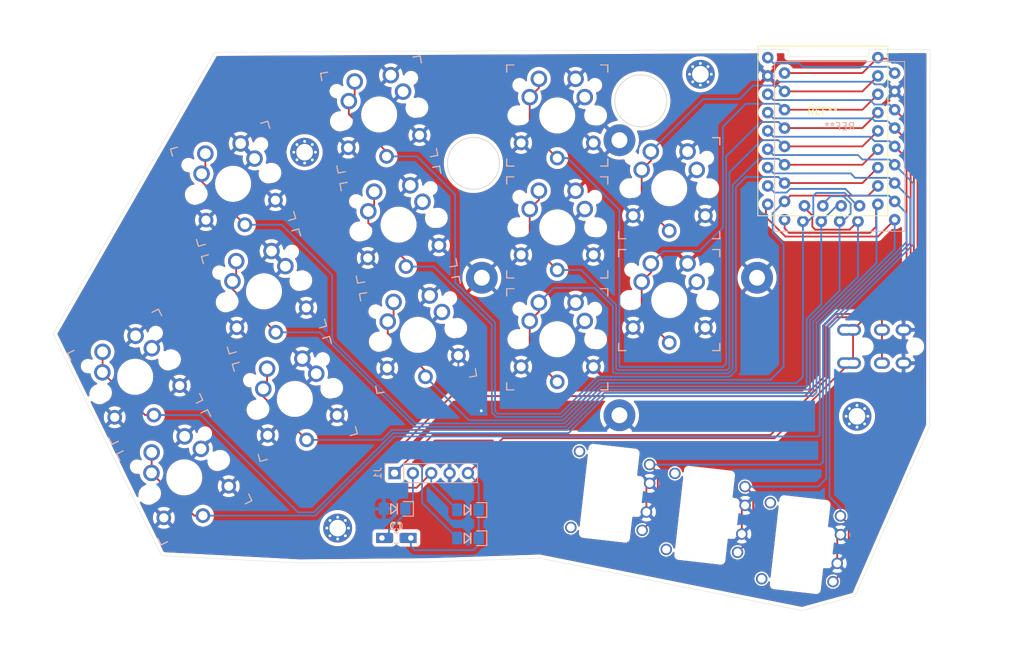
<source format=kicad_pcb>
(kicad_pcb (version 20211014) (generator pcbnew)
  (title_block (title "berylline_choc_min") (rev "v1.0.0") (company "Unknown"))
  (layers (0 "F.Cu" signal) (31 "B.Cu" signal) (34 "B.Paste" user) (35 "F.Paste" user) (36 "B.SilkS" user "B.Silkscreen") (37 "F.SilkS" user "F.Silkscreen") (38 "B.Mask" user) (39 "F.Mask" user) (44 "Edge.Cuts" user))
  (net 0 "")
  (net 1 "GND")
  (net 2 "matrix_pinky_home")
  (net 3 "matrix_pinky_top")
  (net 4 "matrix_ring_bottom")
  (net 5 "matrix_ring_home")
  (net 6 "matrix_ring_top")
  (net 7 "matrix_middle_bottom")
  (net 8 "matrix_middle_home")
  (net 9 "matrix_middle_top")
  (net 10 "matrix_index_bottom")
  (net 11 "matrix_index_home")
  (net 12 "matrix_index_top")
  (net 13 "matrix_inner_home")
  (net 14 "matrix_inner_top")
  (net 15 "5V")
  (net 16 "TP_DATA")
  (net 17 "TP_CLK")
  (net 18 "VCC")
  (net 19 "C1-PAD2")
  (net 20 "TX")
  (net 21 "thumb_tucky")
  (net 22 "thumb_home")
  (net 23 "thumb_reachy")
  (footprint "zero point:RP2040-Zero" (layer "F.Cu") (at 238.491 142.66338)
    (fp_text reference "REF**")
    (fp_text value "RP2040-Zero")
  )
  (footprint "pretty:SW_MX_choc" (layer "F.Cu") (at 186.08124 128.628458 10)
    (fp_text reference "S" hide)
    (fp_text value "")
  )
  (footprint "TRRS-PJ-320A-dual" (layer "F.Cu") (at 261.874 163.068 -90)
    (fp_text reference "REF**")
    (fp_text value "TRRS-PJ-320A-dual")
  )
  (footprint "pretty:SW_MX_choc" (layer "F.Cu") (at 174.413804 168.032228 16)
    (fp_text reference "S" hide)
    (fp_text value "")
  )
  (footprint "pretty:SW_MX_choc" (layer "F.Cu") (at 165.869046 138.233115 16)
    (fp_text reference "S" hide)
    (fp_text value "")
  )
  (footprint "pretty:SW_MX_choc" (layer "F.Cu") (at 170.141425 153.132672 16)
    (fp_text reference "S" hide)
    (fp_text value "")
  )
  (footprint "pretty:SW_MX_choc" (layer "F.Cu") (at 152.311508 164.965265 26)
    (fp_text reference "S" hide)
    (fp_text value "")
  )
  (footprint "kbd:M2_HOLE_v3" (layer "F.Cu") (at 230.542732 123.063859)
    (fp_text reference "Ref**" hide)
    (fp_text value "Val**" hide)
  )
  (footprint "pretty:SW_MX_choc" (layer "F.Cu") (at 159.10626 178.896573 26)
    (fp_text reference "S" hide)
    (fp_text value "")
  )
  (footprint "pretty:SW_MX_choc" (layer "F.Cu") (at 191.464333 159.157498 10)
    (fp_text reference "S" hide)
    (fp_text value "")
  )
  (footprint "pretty:SW_MX_choc" (layer "F.Cu") (at 226.232 154.347)
    (fp_text reference "S" hide)
    (fp_text value "")
  )
  (footprint "pretty:SW_MX_choc" (layer "F.Cu") (at 210.732 144.272)
    (fp_text reference "S" hide)
    (fp_text value "")
  )
  (footprint "pretty:SW_MX_choc" (layer "F.Cu") (at 210.732 159.771999)
    (fp_text reference "S" hide)
    (fp_text value "")
  )
  (footprint "pretty:SW_MX_choc" (layer "F.Cu") (at 210.732 128.772)
    (fp_text reference "S" hide)
    (fp_text value "")
  )
  (footprint "kbd:Tenting_Puck2" (layer "F.Cu") (at 219.342045 151.245714)
    (fp_text reference "REF**")
    (fp_text value "Tenting Puck")
  )
  (footprint "kbd:M2_HOLE_v3" (layer "F.Cu") (at 175.768 133.858)
    (fp_text reference "Ref**" hide)
    (fp_text value "Val**" hide)
  )
  (footprint "pretty:SW_MX_choc" (layer "F.Cu") (at 188.772787 143.892978 10)
    (fp_text reference "S" hide)
    (fp_text value "")
  )
  (footprint "kbd:M2_HOLE_v3" (layer "F.Cu") (at 252.222 170.434)
    (fp_text reference "Ref**" hide)
    (fp_text value "Val**" hide)
  )
  (footprint "kbd:M2_HOLE_v3" (layer "F.Cu") (at 180.34 185.928)
    (fp_text reference "Ref**" hide)
    (fp_text value "Val**" hide)
  )
  (footprint "pretty:SW_MX_choc" (layer "F.Cu") (at 226.232 138.847)
    (fp_text reference "S" hide)
    (fp_text value "")
  )
  (footprint "pretty:D_1206_handsolder" (layer "B.Cu") (at 188.214001 183.231873 180)
    (fp_text reference "R3" hide)
    (fp_text value "100kΩ")
  )
  (footprint "pretty:D_1206_handsolder" (layer "B.Cu") (at 198.374001 183.388 180)
    (fp_text reference "R1" hide)
    (fp_text value "4.7kΩ")
  )
  (footprint "Kailh:Kailh_PG1232" (layer "B.Cu") (at 217.932 181.102 -96.5)
    (fp_text reference "SW20" hide)
    (fp_text value "SW_PUSH" hide)
  )
  (footprint "Connector_PinHeader_2.54mm:PinHeader_1x05_P2.54mm_Vertical" (layer "B.Cu") (at 188.214 178.308 -90)
    (fp_text reference "J1")
    (fp_text value "TrackPoint")
  )
  (footprint "Kailh:Kailh_PG1232" (layer "B.Cu") (at 231.14 184.15 -96.5)
    (fp_text reference "SW20" hide)
    (fp_text value "SW_PUSH" hide)
  )
  (footprint "pretty:C_THT_SMD_0805_HandSolder_Reversable" (layer "B.Cu") (at 188.468001 187.295873 180)
    (fp_text reference "C1")
    (fp_text value "2.2uF")
  )
  (footprint "Kailh:Kailh_PG1232" (layer "B.Cu") (at 244.348 188.214 -96.5)
    (fp_text reference "SW20" hide)
    (fp_text value "SW_PUSH" hide)
  )
  (footprint "zero point:RP2040-Zero" (layer "B.Cu") (at 258.816246 144.804 180)
    (fp_text reference "REF**")
    (fp_text value "RP2040-Zero")
  )
  (footprint "pretty:D_1206_handsolder" (layer "B.Cu") (at 198.374001 187.295873 180)
    (fp_text reference "R2" hide)
    (fp_text value "4.7kΩ")
  )
  (gr_circle (center 222.294 126.746) (end 225.894 126.746) (layer "Edge.Cuts") (width 0.1) (fill none))
  (gr_circle (center 199.133597 135.407883) (end 202.733597 135.407883) (layer "Edge.Cuts") (width 0.1) (fill none))
  (gr_poly (pts (xy 262.3303 119.634) (xy 262.288185 171.705817) (xy 251.968 195.326) (xy 244.602 197.358) (xy 208.300016 190.084471) (xy 193.060016 190.592471) (xy 175.006 190.754) (xy 155.956 189.738) (xy 140.97 159.004) (xy 163.322 120.02012) (xy 242.68624 119.633982) (xy 242.682544 120.650001) (xy 253.889694 120.65) (xy 253.889694 119.634)) (layer "Edge.Cuts") (width 0.05) (fill none))
  (segment (start 249.486882 190.812441) (end 249.486882 187.290966) (width 0.25) (layer "F.Cu") (net 1))
  (segment (start 223.070882 180.178966) (end 223.523694 179.726154) (width 0.25) (layer "F.Cu") (net 1))
  (segment (start 236.278882 186.748441) (end 236.278882 183.226966) (width 0.25) (layer "F.Cu") (net 1))
  (segment (start 249.486882 187.290966) (end 249.939694 186.838154) (width 0.25) (layer "F.Cu") (net 1))
  (segment (start 223.070882 183.700441) (end 223.070882 180.178966) (width 0.25) (layer "F.Cu") (net 1))
  (segment (start 236.278882 183.226966) (end 236.731694 182.774154) (width 0.25) (layer "F.Cu") (net 1))
  (via (at 200.219784 169.672) (size 0.8) (drill 0.4) (layers "F.Cu" "B.Cu") (net 1))
  (segment (start 239.871 123.29338) (end 240.670999 124.093379) (width 0.25) (layer "B.Cu") (net 1))
  (segment (start 254.320699 124.093379) (end 254.68732 124.46) (width 0.25) (layer "B.Cu") (net 1))
  (segment (start 254.68732 124.46) (end 256.462246 124.46) (width 0.25) (layer "B.Cu") (net 1))
  (segment (start 197.048235 162.031527) (end 197.048235 166.568235) (width 0.25) (layer "B.Cu") (net 1))
  (segment (start 197.048235 166.568235) (end 200.152 169.672) (width 0.25) (layer "B.Cu") (net 1))
  (segment (start 240.670999 124.093379) (end 254.320699 124.093379) (width 0.25) (layer "B.Cu") (net 1))
  (segment (start 256.462246 124.46) (end 257.436246 125.434) (width 0.25) (layer "B.Cu") (net 1))
  (segment (start 154.596398 178.255824) (end 154.568392 178.28383) (width 0.25) (layer "F.Cu") (net 2))
  (segment (start 239.613056 142.839056) (end 242.316 145.542) (width 0.25) (layer "F.Cu") (net 2))
  (segment (start 154.596398 175.444162) (end 154.596398 178.255824) (width 0.25) (layer "F.Cu") (net 2))
  (segment (start 161.69265 184.199458) (end 160.48402 184.199458) (width 0.25) (layer "F.Cu") (net 2))
  (segment (start 255.108246 145.542) (end 257.436246 143.214) (width 0.25) (layer "F.Cu") (net 2))
  (segment (start 160.48402 184.199458) (end 154.568392 178.28383) (width 0.25) (layer "F.Cu") (net 2))
  (segment (start 242.316 145.542) (end 255.108246 145.542) (width 0.25) (layer "F.Cu") (net 2))
  (segment (start 239.613056 141.07338) (end 239.613056 142.839056) (width 0.25) (layer "F.Cu") (net 2))
  (segment (start 246.888 173.228) (end 247.06344 173.05256) (width 0.25) (layer "B.Cu") (net 2))
  (segment (start 247.06344 173.05256) (end 247.06344 157.683407) (width 0.25) (layer "B.Cu") (net 2))
  (segment (start 161.69265 184.199458) (end 177.242542 184.199458) (width 0.25) (layer "B.Cu") (net 2))
  (segment (start 256.969274 143.680972) (end 257.436246 143.214) (width 0.25) (layer "B.Cu") (net 2))
  (segment (start 257.436246 147.3106) (end 257.436246 143.214) (width 0.25) (layer "B.Cu") (net 2))
  (segment (start 247.06344 157.683407) (end 257.436246 147.3106) (width 0.25) (layer "B.Cu") (net 2))
  (segment (start 177.242542 184.199458) (end 188.214 173.228) (width 0.25) (layer "B.Cu") (net 2))
  (segment (start 257.436246 143.214) (end 257.020233 143.630013) (width 0.25) (layer "B.Cu") (net 2))
  (segment (start 188.214 173.228) (end 246.888 173.228) (width 0.25) (layer "B.Cu") (net 2))
  (segment (start 153.689268 170.26815) (end 147.77364 164.352522) (width 0.25) (layer "F.Cu") (net 3))
  (segment (start 242.196246 144.406246) (end 242.824 145.034) (width 0.25) (layer "F.Cu") (net 3))
  (segment (start 254.853056 144.180944) (end 254.853056 141.07338) (width 0.25) (layer "F.Cu") (net 3))
  (segment (start 147.801646 161.512854) (end 147.801646 164.324516) (width 0.25) (layer "F.Cu") (net 3))
  (segment (start 154.897898 170.26815) (end 153.689268 170.26815) (width 0.25) (layer "F.Cu") (net 3))
  (segment (start 242.824 145.034) (end 254 145.034) (width 0.25) (layer "F.Cu") (net 3))
  (segment (start 147.801646 164.324516) (end 147.77364 164.352522) (width 0.25) (layer "F.Cu") (net 3))
  (segment (start 254 145.034) (end 254.853056 144.180944) (width 0.25) (layer "F.Cu") (net 3))
  (segment (start 242.196246 143.214) (end 242.196246 144.406246) (width 0.25) (layer "F.Cu") (net 3))
  (segment (start 246.126 167.64) (end 246.61392 167.15208) (width 0.25) (layer "B.Cu") (net 3))
  (segment (start 154.897898 170.26815) (end 161.37815 170.26815) (width 0.25) (layer "B.Cu") (net 3))
  (segment (start 188.027803 172.77848) (end 212.28552 172.77848) (width 0.25) (layer "B.Cu") (net 3))
  (segment (start 212.28552 172.77848) (end 217.424 167.64) (width 0.25) (layer "B.Cu") (net 3))
  (segment (start 161.37815 170.26815) (end 174.859938 183.749938) (width 0.25) (layer "B.Cu") (net 3))
  (segment (start 174.859938 183.749938) (end 177.056344 183.749938) (width 0.25) (layer "B.Cu") (net 3))
  (segment (start 246.61392 157.49721) (end 254.923753 149.187376) (width 0.25) (layer "B.Cu") (net 3))
  (segment (start 246.61392 167.15208) (end 246.61392 157.49721) (width 0.25) (layer "B.Cu") (net 3))
  (segment (start 254.923753 149.187376) (end 254.923753 140.462) (width 0.25) (layer "B.Cu") (net 3))
  (segment (start 217.424 167.64) (end 246.126 167.64) (width 0.25) (layer "B.Cu") (net 3))
  (segment (start 177.056344 183.749938) (end 188.027803 172.77848) (width 0.25) (layer "B.Cu") (net 3))
  (segment (start 251.206 144.574246) (end 252.356246 143.424) (width 0.25) (layer "F.Cu") (net 4))
  (segment (start 246.43848 144.58448) (end 251.206 144.58448) (width 0.25) (layer "F.Cu") (net 4))
  (segment (start 246.034668 142.624992) (end 246.034668 144.180668) (width 0.25) (layer "F.Cu") (net 4))
  (segment (start 176.040064 173.703672) (end 170.051278 167.714886) (width 0.25) (layer "F.Cu") (net 4))
  (segment (start 244.693056 141.28338) (end 246.034668 142.624992) (width 0.25) (layer "F.Cu") (net 4))
  (segment (start 251.206 144.58448) (end 251.206 144.574246) (width 0.25) (layer "F.Cu") (net 4))
  (segment (start 246.034668 144.180668) (end 246.43848 144.58448) (width 0.25) (layer "F.Cu") (net 4))
  (segment (start 170.571962 163.849137) (end 170.571962 166.120118) (width 0.25) (layer "F.Cu") (net 4))
  (segment (start 170.051278 167.714886) (end 170.051278 166.640802) (width 0.25) (layer "F.Cu") (net 4))
  (segment (start 170.571962 166.120118) (end 170.051278 166.640802) (width 0.25) (layer "F.Cu") (net 4))
  (segment (start 217.237803 167.19048) (end 245.939802 167.19048) (width 0.25) (layer "B.Cu") (net 4))
  (segment (start 245.939802 167.19048) (end 246.1644 166.965882) (width 0.25) (layer "B.Cu") (net 4))
  (segment (start 246.1644 157.311013) (end 250.759706 152.715707) (width 0.25) (layer "B.Cu") (net 4))
  (segment (start 252.356246 151.119165) (end 250.378706 153.096706) (width 0.25) (layer "B.Cu") (net 4))
  (segment (start 252.356246 143.424) (end 252.356246 151.119165) (width 0.25) (layer "B.Cu") (net 4))
  (segment (start 246.1644 166.965882) (end 246.1644 157.311013) (width 0.25) (layer "B.Cu") (net 4))
  (segment (start 186.466893 173.703672) (end 187.841606 172.32896) (width 0.25) (layer "B.Cu") (net 4))
  (segment (start 212.099322 172.32896) (end 217.237803 167.19048) (width 0.25) (layer "B.Cu") (net 4))
  (segment (start 176.040064 173.703672) (end 186.466893 173.703672) (width 0.25) (layer "B.Cu") (net 4))
  (segment (start 187.841606 172.32896) (end 212.099322 172.32896) (width 0.25) (layer "B.Cu") (net 4))
  (segment (start 166.299583 148.949581) (end 166.299583 151.220562) (width 0.25) (layer "F.Cu") (net 5))
  (segment (start 165.778899 152.81533) (end 165.778899 151.741246) (width 0.25) (layer "F.Cu") (net 5))
  (segment (start 171.767685 158.804116) (end 165.778899 152.81533) (width 0.25) (layer "F.Cu") (net 5))
  (segment (start 166.299583 151.220562) (end 165.778899 151.741246) (width 0.25) (layer "F.Cu") (net 5))
  (segment (start 177.854116 158.804116) (end 190.92944 171.87944) (width 0.25) (layer "B.Cu") (net 5))
  (segment (start 245.50104 166.74096) (end 245.71488 166.52712) (width 0.25) (layer "B.Cu") (net 5))
  (segment (start 249.816246 143.424) (end 250.276 143.424) (width 0.25) (layer "B.Cu") (net 5))
  (segment (start 250.347958 139.954) (end 250.19 139.954) (width 0.25) (layer "B.Cu") (net 5))
  (segment (start 190.92944 171.87944) (end 211.913124 171.87944) (width 0.25) (layer "B.Cu") (net 5))
  (segment (start 245.71488 157.124815) (end 249.816246 153.023449) (width 0.25) (layer "B.Cu") (net 5))
  (segment (start 171.767685 158.804116) (end 177.854116 158.804116) (width 0.25) (layer "B.Cu") (net 5))
  (segment (start 251.338494 142.361506) (end 251.338494 140.944536) (width 0.25) (layer "B.Cu") (net 5))
  (segment (start 249.816246 153.023449) (end 249.816246 143.424) (width 0.25) (layer "B.Cu") (net 5))
  (segment (start 251.338494 140.944536) (end 250.347958 139.954) (width 0.25) (layer "B.Cu") (net 5))
  (segment (start 245.71488 166.52712) (end 245.71488 157.124815) (width 0.25) (layer "B.Cu") (net 5))
  (segment (start 211.913124 171.87944) (end 217.051606 166.74096) (width 0.25) (layer "B.Cu") (net 5))
  (segment (start 247.233056 141.28338) (end 248.562436 139.954) (width 0.25) (layer "B.Cu") (net 5))
  (segment (start 250.276 143.424) (end 251.338494 142.361506) (width 0.25) (layer "B.Cu") (net 5))
  (segment (start 217.051606 166.74096) (end 245.50104 166.74096) (width 0.25) (layer "B.Cu") (net 5))
  (segment (start 248.562436 139.954) (end 250.324954 139.954) (width 0.25) (layer "B.Cu") (net 5))
  (segment (start 167.495306 143.904559) (end 161.50652 137.915773) (width 0.25) (layer "F.Cu") (net 6))
  (segment (start 162.027204 134.050024) (end 162.027204 136.321005) (width 0.25) (layer "F.Cu") (net 6))
  (segment (start 161.50652 137.915773) (end 161.50652 136.841689) (width 0.25) (layer "F.Cu") (net 6))
  (segment (start 162.027204 136.321005) (end 161.50652 136.841689) (width 0.25) (layer "F.Cu") (net 6))
  (segment (start 211.726926 171.42992) (end 216.865409 166.29144) (width 0.25) (layer "B.Cu") (net 6))
  (segment (start 245.18856 166.29144) (end 245.26536 166.21464) (width 0.25) (layer "B.Cu") (net 6))
  (segment (start 245.26536 156.938618) (end 245.26536 159.512) (width 0.25) (layer "B.Cu") (net 6))
  (segment (start 167.495306 143.904559) (end 172.606559 143.904559) (width 0.25) (layer "B.Cu") (net 6))
  (segment (start 172.606559 143.904559) (end 179.578 150.876) (width 0.25) (layer "B.Cu") (net 6))
  (segment (start 247.276246 143.424) (end 249.416866 141.28338) (width 0.25) (layer "B.Cu") (net 6))
  (segment (start 245.26536 166.21464) (end 245.26536 159.258) (width 0.25) (layer "B.Cu") (net 6))
  (segment (start 179.578 150.876) (end 179.578 159.892282) (width 0.25) (layer "B.Cu") (net 6))
  (segment (start 247.276246 143.239507) (end 247.276246 143.424) (width 0.25) (layer "B.Cu") (net 6))
  (segment (start 247.276246 154.927731) (end 245.26536 156.938618) (width 0.25) (layer "B.Cu") (net 6))
  (segment (start 191.115638 171.42992) (end 211.726926 171.42992) (width 0.25) (layer "B.Cu") (net 6))
  (segment (start 247.276246 143.424) (end 247.276246 154.927731) (width 0.25) (layer "B.Cu") (net 6))
  (segment (start 216.865409 166.29144) (end 245.18856 166.29144) (width 0.25) (layer "B.Cu") (net 6))
  (segment (start 249.416866 141.28338) (end 249.773056 141.28338) (width 0.25) (layer "B.Cu") (net 6))
  (segment (start 179.578 159.892282) (end 191.115638 171.42992) (width 0.25) (layer "B.Cu") (net 6))
  (segment (start 187.271149 157.317686) (end 187.271149 158.934132) (width 0.25) (layer "F.Cu") (net 7))
  (segment (start 187.271149 158.934132) (end 192.488857 164.15184) (width 0.25) (layer "F.Cu") (net 7))
  (segment (start 188.080789 154.595741) (end 188.080789 156.508046) (width 0.25) (layer "F.Cu") (net 7))
  (segment (start 192.488857 164.15184) (end 192.488857 164.967864) (width 0.25) (layer "F.Cu") (net 7))
  (segment (start 188.080789 156.508046) (end 187.271149 157.317686) (width 0.25) (layer "F.Cu") (net 7))
  (segment (start 246.171256 139.905215) (end 246.573276 139.503195) (width 0.25) (layer "B.Cu") (net 7))
  (segment (start 252.313056 141.28338) (end 250.534156 139.50448) (width 0.25) (layer "B.Cu") (net 7))
  (segment (start 243.84 165.84192) (end 216.679208 165.84192) (width 0.25) (layer "B.Cu") (net 7))
  (segment (start 246.171256 142.702744) (end 246.171256 139.905215) (width 0.25) (layer "B.Cu") (net 7))
  (segment (start 211.540728 170.9804) (end 198.501393 170.9804) (width 0.25) (layer "B.Cu") (net 7))
  (segment (start 244.736246 143.424) (end 244.736246 164.945674) (width 0.25) (layer "B.Cu") (net 7))
  (segment (start 216.679208 165.84192) (end 211.540728 170.9804) (width 0.25) (layer "B.Cu") (net 7))
  (segment (start 198.501393 170.9804) (end 192.488857 164.967864) (width 0.25) (layer "B.Cu") (net 7))
  (segment (start 245.45 143.424) (end 246.171256 142.702744) (width 0.25) (layer "B.Cu") (net 7))
  (segment (start 244.736246 164.945674) (end 243.84 165.84192) (width 0.25) (layer "B.Cu") (net 7))
  (segment (start 250.534156 139.50448) (end 246.57552 139.50448) (width 0.25) (layer "B.Cu") (net 7))
  (segment (start 244.736246 143.424) (end 245.45 143.424) (width 0.25) (layer "B.Cu") (net 7))
  (segment (start 185.389243 141.243526) (end 184.579603 142.053166) (width 0.25) (layer "F.Cu") (net 8))
  (segment (start 184.579603 143.669612) (end 189.797311 148.88732) (width 0.25) (layer "F.Cu") (net 8))
  (segment (start 185.389243 139.331221) (end 185.389243 141.243526) (width 0.25) (layer "F.Cu") (net 8))
  (segment (start 184.579603 142.053166) (end 184.579603 143.669612) (width 0.25) (layer "F.Cu") (net 8))
  (segment (start 253.770379 139.874001) (end 255.111 138.53338) (width 0.25) (layer "F.Cu") (net 8))
  (segment (start 242.196246 140.674) (end 242.996245 139.874001) (width 0.25) (layer "F.Cu") (net 8))
  (segment (start 189.797311 148.88732) (end 189.797311 149.703344) (width 0.25) (layer "F.Cu") (net 8))
  (segment (start 242.996245 139.874001) (end 253.770379 139.874001) (width 0.25) (layer "F.Cu") (net 8))
  (segment (start 240.538 142.332246) (end 242.196246 140.674) (width 0.25) (layer "B.Cu") (net 8))
  (segment (start 211.35453 170.53088) (end 216.493011 165.3924) (width 0.25) (layer "B.Cu") (net 8))
  (segment (start 242.062 146.558) (end 240.538 145.034) (width 0.25) (layer "B.Cu") (net 8))
  (segment (start 193.645344 149.703344) (end 201.676 157.734) (width 0.25) (layer "B.Cu") (net 8))
  (segment (start 189.797311 149.703344) (end 193.645344 149.703344) (width 0.25) (layer "B.Cu") (net 8))
  (segment (start 201.676 157.734) (end 201.676 169.926) (width 0.25) (layer "B.Cu") (net 8))
  (segment (start 202.28088 170.53088) (end 211.35453 170.53088) (width 0.25) (layer "B.Cu") (net 8))
  (segment (start 201.676 169.926) (end 202.28088 170.53088) (width 0.25) (layer "B.Cu") (net 8))
  (segment (start 240.538 145.034) (end 240.538 142.332246) (width 0.25) (layer "B.Cu") (net 8))
  (segment (start 216.493011 165.3924) (end 239.776 165.3924) (width 0.25) (layer "B.Cu") (net 8))
  (segment (start 239.268 165.3924) (end 240.2456 165.3924) (width 0.25) (layer "B.Cu") (net 8))
  (segment (start 242.062 163.576) (end 242.062 146.558) (width 0.25) (layer "B.Cu") (net 8))
  (segment (start 240.2456 165.3924) (end 242.062 163.576) (width 0.25) (layer "B.Cu") (net 8))
  (segment (start 252.97038 138.134) (end 255.111 135.99338) (width 0.25) (layer "F.Cu") (net 9))
  (segment (start 181.888056 128.587222) (end 187.105764 133.80493) (width 0.25) (layer "F.Cu") (net 9))
  (segment (start 242.196246 138.134) (end 252.97038 138.134) (width 0.25) (layer "F.Cu") (net 9))
  (segment (start 182.697696 125.979006) (end 181.888056 126.788646) (width 0.25) (layer "F.Cu") (net 9))
  (segment (start 181.888056 126.788646) (end 181.888056 128.587222) (width 0.25) (layer "F.Cu") (net 9))
  (segment (start 182.697696 124.066701) (end 182.697696 125.979006) (width 0.25) (layer "F.Cu") (net 9))
  (segment (start 187.105764 133.80493) (end 187.105764 134.438824) (width 0.25) (layer "F.Cu") (net 9))
  (segment (start 187.105764 134.438824) (end 191.334824 134.438824) (width 0.25) (layer "B.Cu") (net 9))
  (segment (start 216.306814 164.94288) (end 234.59912 164.94288) (width 0.25) (layer "B.Cu") (net 9))
  (segment (start 235.458 164.084) (end 235.458 138.684) (width 0.25) (layer "B.Cu") (net 9))
  (segment (start 202.467078 170.08136) (end 211.168332 170.08136) (width 0.25) (layer "B.Cu") (net 9))
  (segment (start 191.334824 134.438824) (end 196.596 139.7) (width 0.25) (layer "B.Cu") (net 9))
  (segment (start 196.596 139.7) (end 196.596 151.892) (width 0.25) (layer "B.Cu") (net 9))
  (segment (start 235.458 138.684) (end 236.856019 137.285981) (width 0.25) (layer "B.Cu") (net 9))
  (segment (start 211.168332 170.08136) (end 216.306814 164.94288) (width 0.25) (layer "B.Cu") (net 9))
  (segment (start 236.856019 137.285981) (end 241.348227 137.285981) (width 0.25) (layer "B.Cu") (net 9))
  (segment (start 241.348227 137.285981) (end 242.196246 138.134) (width 0.25) (layer "B.Cu") (net 9))
  (segment (start 196.596 151.892) (end 202.12552 157.42152) (width 0.25) (layer "B.Cu") (net 9))
  (segment (start 202.12552 157.42152) (end 202.12552 169.739802) (width 0.25) (layer "B.Cu") (net 9))
  (segment (start 234.59912 164.94288) (end 235.458 164.084) (width 0.25) (layer "B.Cu") (net 9))
  (segment (start 202.12552 169.739802) (end 202.467078 170.08136) (width 0.25) (layer "B.Cu") (net 9))
  (segment (start 242.196246 135.594) (end 252.97038 135.594) (width 0.25) (layer "F.Cu") (net 10))
  (segment (start 206.922 161.861999) (end 210.732 165.671999) (width 0.25) (layer "F.Cu") (net 10))
  (segment (start 252.97038 135.594) (end 255.111 133.45338) (width 0.25) (layer "F.Cu") (net 10))
  (segment (start 206.922 157.231999) (end 206.922 161.861999) (width 0.25) (layer "F.Cu") (net 10))
  (segment (start 206.922 157.231999) (end 208.192 155.961999) (width 0.25) (layer "F.Cu") (net 10))
  (segment (start 208.192 155.961999) (end 208.192 154.691999) (width 0.25) (layer "F.Cu") (net 10))
  (segment (start 218.44 164.338) (end 218.59536 164.49336) (width 0.25) (layer "B.Cu") (net 10))
  (segment (start 241.364985 134.762739) (end 242.196246 135.594) (width 0.25) (layer "B.Cu") (net 10))
  (segment (start 235.00848 163.897802) (end 235.00848 138.402871) (width 0.25) (layer "B.Cu") (net 10))
  (segment (start 218.59536 164.49336) (end 234.412922 164.49336) (width 0.25) (layer "B.Cu") (net 10))
  (segment (start 235.00848 138.402871) (end 238.648612 134.762739) (width 0.25) (layer "B.Cu") (net 10))
  (segment (start 210.229999 152.654) (end 215.9 152.654) (width 0.25) (layer "B.Cu") (net 10))
  (segment (start 208.192 154.691999) (end 210.229999 152.654) (width 0.25) (layer "B.Cu") (net 10))
  (segment (start 234.412922 164.49336) (end 235.00848 163.897802) (width 0.25) (layer "B.Cu") (net 10))
  (segment (start 238.648612 134.762739) (end 241.364985 134.762739) (width 0.25) (layer "B.Cu") (net 10))
  (segment (start 215.9 152.654) (end 218.44 155.194) (width 0.25) (layer "B.Cu") (net 10))
  (segment (start 218.44 155.194) (end 218.44 164.338) (width 0.25) (layer "B.Cu") (net 10))
  (segment (start 206.922 146.362) (end 210.732 150.172) (width 0.25) (layer "F.Cu") (net 11))
  (segment (start 242.196246 133.054) (end 252.97038 133.054) (width 0.25) (layer "F.Cu") (net 11))
  (segment (start 206.922 141.732) (end 208.192 140.462) (width 0.25) (layer "F.Cu") (net 11))
  (segment (start 206.922 141.732) (end 206.922 146.362) (width 0.25) (layer "F.Cu") (net 11))
  (segment (start 208.192 140.462) (end 208.192 139.192) (width 0.25) (layer "F.Cu") (net 11))
  (segment (start 252.97038 133.054) (end 255.111 130.91338) (width 0.25) (layer "F.Cu") (net 11))
  (segment (start 218.88952 163.83) (end 219.10336 164.04384) (width 0.25) (layer "B.Cu") (net 11))
  (segment (start 210.732 150.172) (end 214.053717 150.172) (width 0.25) (layer "B.Cu") (net 11))
  (segment (start 234.55896 163.711604) (end 234.55896 136.652) (width 0.25) (layer "B.Cu") (net 11))
  (segment (start 219.10336 164.04384) (end 234.226724 164.04384) (width 0.25) (layer "B.Cu") (net 11))
  (segment (start 234.226724 164.04384) (end 234.55896 163.711604) (width 0.25) (layer "B.Cu") (net 11))
  (segment (start 234.55896 136.652) (end 239.019722 132.191238) (width 0.25) (layer "B.Cu") (net 11))
  (segment (start 214.053717 150.172) (end 218.88952 155.007803) (width 0.25) (layer "B.Cu") (net 11))
  (segment (start 239.019722 132.191238) (end 241.333484 132.191238) (width 0.25) (layer "B.Cu") (net 11))
  (segment (start 218.88952 155.007803) (end 218.88952 163.83) (width 0.25) (layer "B.Cu") (net 11))
  (segment (start 241.333484 132.191238) (end 242.196246 133.054) (width 0.25) (layer "B.Cu") (net 11))
  (segment (start 206.922 126.232) (end 206.922 130.862) (width 0.25) (layer "F.Cu") (net 12))
  (segment (start 242.196246 130.514) (end 252.97038 130.514) (width 0.25) (layer "F.Cu") (net 12))
  (segment (start 206.922 130.862) (end 210.732 134.672) (width 0.25) (layer "F.Cu") (net 12))
  (segment (start 208.192 124.962) (end 208.192 123.692) (width 0.25) (layer "F.Cu") (net 12))
  (segment (start 252.97038 130.514) (end 255.111 128.37338) (width 0.25) (layer "F.Cu") (net 12))
  (segment (start 206.922 126.232) (end 208.192 124.962) (width 0.25) (layer "F.Cu") (net 12))
  (segment (start 234.10944 163.16488) (end 234.10944 134.44456) (width 0.25) (layer "B.Cu") (net 12))
  (segment (start 241.357889 129.675643) (end 242.196246 130.514) (width 0.25) (layer "B.Cu") (net 12))
  (segment (start 219.33904 141.8422) (end 219.33904 163.45904) (width 0.25) (layer "B.Cu") (net 12))
  (segment (start 233.68 163.59432) (end 234.10944 163.16488) (width 0.25) (layer "B.Cu") (net 12))
  (segment (start 219.33904 163.45904) (end 219.47432 163.59432) (width 0.25) (layer "B.Cu") (net 12))
  (segment (start 238.878357 129.675643) (end 241.357889 129.675643) (width 0.25) (layer "B.Cu") (net 12))
  (segment (start 210.732 134.672) (end 212.16884 134.672) (width 0.25) (layer "B.Cu") (net 12))
  (segment (start 234.10944 134.44456) (end 238.878357 129.675643) (width 0.25) (layer "B.Cu") (net 12))
  (segment (start 219.47432 163.59432) (end 233.68 163.59432) (width 0.25) (layer "B.Cu") (net 12))
  (segment (start 212.16884 134.672) (end 219.33904 141.8422) (width 0.25) (layer "B.Cu") (net 12))
  (segment (start 222.422 156.437) (end 226.232 160.247) (width 0.25) (layer "F.Cu") (net 13))
  (segment (start 222.422 151.807) (end 222.422 156.437) (width 0.25) (layer "F.Cu") (net 13))
  (segment (start 242.196246 127.974) (end 252.97038 127.974) (width 0.25) (layer "F.Cu") (net 13))
  (segment (start 223.692 150.537) (end 223.692 149.267) (width 0.25) (layer "F.Cu") (net 13))
  (segment (start 222.422 151.807) (end 223.692 150.537) (width 0.25) (layer "F.Cu") (net 13))
  (segment (start 252.97038 127.974) (end 255.111 125.83338) (width 0.25) (layer "F.Cu") (net 13))
  (segment (start 241.372834 127.150588) (end 242.196246 127.974) (width 0.25) (layer "B.Cu") (net 13))
  (segment (start 236.831412 127.150588) (end 241.372834 127.150588) (width 0.25) (layer "B.Cu") (net 13))
  (segment (start 223.692 149.267) (end 225.385 147.574) (width 0.25) (layer "B.Cu") (net 13))
  (segment (start 233.65992 144.29208) (end 233.65992 130.32208) (width 0.25) (layer "B.Cu") (net 13))
  (segment (start 225.385 147.574) (end 230.378 147.574) (width 0.25) (layer "B.Cu") (net 13))
  (segment (start 230.378 147.574) (end 233.65992 144.29208) (width 0.25) (layer "B.Cu") (net 13))
  (segment (start 233.65992 130.32208) (end 236.831412 127.150588) (width 0.25) (layer "B.Cu") (net 13))
  (segment (start 222.422 136.307) (end 223.692 135.037) (width 0.25) (layer "F.Cu") (net 14))
  (segment (start 222.422 140.937) (end 226.232 144.747) (width 0.25) (layer "F.Cu") (net 14))
  (segment (start 252.97038 125.434) (end 255.111 123.29338) (width 0.25) (layer "F.Cu") (net 14))
  (segment (start 222.422 136.307) (end 222.422 140.937) (width 0.25) (layer "F.Cu") (net 14))
  (segment (start 242.196246 125.434) (end 252.97038 125.434) (width 0.25) (layer "F.Cu") (net 14))
  (segment (start 223.692 135.037) (end 223.692 133.767) (width 0.25) (layer "F.Cu") (net 14))
  (segment (start 223.692 133.767) (end 230.967 126.492) (width 0.25) (layer "B.Cu") (net 14))
  (segment (start 235.966 126.492) (end 237.830654 124.627346) (width 0.25) (layer "B.Cu") (net 14))
  (segment (start 230.967 126.492) (end 235.966 126.492) (width 0.25) (layer "B.Cu") (net 14))
  (segment (start 237.830654 124.627346) (end 241.389592 124.627346) (width 0.25) (layer "B.Cu") (net 14))
  (segment (start 241.389592 124.627346) (end 242.196246 125.434) (width 0.25) (layer "B.Cu") (net 14))
  (segment (start 244.710209 122.028209) (end 256.570455 122.028209) (width 0.25) (layer "B.Cu") (net 15))
  (segment (start 239.871 120.75338) (end 240.670999 121.553379) (width 0.25) (layer "B.Cu") (net 15))
  (segment (start 240.670999 121.553379) (end 244.235379 121.553379) (width 0.25) (layer "B.Cu") (net 15))
  (segment (start 244.235379 121.553379) (end 244.710209 122.028209) (width 0.25) (layer "B.Cu") (net 15))
  (segment (start 256.570455 122.028209) (end 257.436246 122.894) (width 0.25) (layer "B.Cu") (net 15))
  (segment (start 240.22552 173.03248) (end 193.48952 173.03248) (width 0.25) (layer "F.Cu") (net 16))
  (segment (start 259.64648 136.51496) (end 259.64648 149.859802) (width 0.25) (layer "F.Cu") (net 16))
  (segment (start 259.64648 132.724234) (end 259.64648 137.16) (width 0.25) (layer "F.Cu") (net 16))
  (segment (start 248.158 165.1) (end 240.22552 173.03248) (width 0.25) (layer "F.Cu") (net 16))
  (segment (start 259.64648 132.724234) (end 257.436246 130.514) (width 0.25) (layer "F.Cu") (net 16))
  (segment (start 259.64648 149.859802) (end 252.788282 156.718) (width 0.25) (layer "F.Cu") (net 16))
  (segment (start 193.48952 173.03248) (end 188.214 178.308) (width 0.25) (layer "F.Cu") (net 16))
  (segment (start 252.788282 156.718) (end 249.428 156.718) (width 0.25) (layer "F.Cu") (net 16))
  (segment (start 249.428 156.718) (end 248.158 157.988) (width 0.25) (layer "F.Cu") (net 16))
  (segment (start 248.158 157.988) (end 248.158 165.1) (width 0.25) (layer "F.Cu") (net 16))
  (segment (start 192.024 177.546) (end 192.024 182.433372) (width 0.25) (layer "B.Cu") (net 16))
  (segment (start 239.871 128.37338) (end 240.670999 129.173379) (width 0.25) (layer "B.Cu") (net 16))
  (segment (start 192.024 182.433372) (end 196.886501 187.295873) (width 0.25) (layer "B.Cu") (net 16))
  (segment (start 256.462246 129.54) (end 257.436246 130.514) (width 0.25) (layer "B.Cu") (net 16))
  (segment (start 240.670999 129.173379) (end 254.320699 129.173379) (width 0.25) (layer "B.Cu") (net 16))
  (segment (start 254.320699 129.173379) (end 254.68732 129.54) (width 0.25) (layer "B.Cu") (net 16))
  (segment (start 188.214 178.308) (end 189.484 177.038) (width 0.25) (layer "B.Cu") (net 16))
  (segment (start 189.484 177.038) (end 191.516 177.038) (width 0.25) (layer "B.Cu") (net 16))
  (segment (start 254.68732 129.54) (end 256.462246 129.54) (width 0.25) (layer "B.Cu") (net 16))
  (segment (start 192.024 177.546) (end 191.516 177.038) (width 0.25) (layer "B.Cu") (net 16))
  (segment (start 259.08 134.697754) (end 257.436246 133.054) (width 0.25) (layer "F.Cu") (net 17))
  (segment (start 259.08 134.697754) (end 259.08 149.790564) (width 0.25) (layer "F.Cu") (net 17))
  (segment (start 254.092282 154.778282) (end 252.602084 156.26848) (width 0.25) (layer "F.Cu") (net 17))
  (segment (start 259.08 149.790564) (end 253.965282 154.905282) (width 0.25) (layer "F.Cu") (net 17))
  (segment (start 249.241803 156.26848) (end 247.70848 157.801803) (width 0.25) (layer "F.Cu") (net 17))
  (segment (start 186.69 180.086) (end 186.944 180.34) (width 0.25) (layer "F.Cu") (net 17))
  (segment (start 196.088 167.64) (end 186.69 177.038) (width 0.25) (layer "F.Cu") (net 17))
  (segment (start 244.982282 167.64) (end 196.088 167.64) (width 0.25) (layer "F.Cu") (net 17))
  (segment (start 191.262 180.34) (end 193.294 178.308) (width 0.25) (layer "F.Cu") (net 17))
  (segment (start 247.70848 157.801803) (end 247.70848 164.913802) (width 0.25) (layer "F.Cu") (net 17))
  (segment (start 252.602084 156.26848) (end 249.241803 156.26848) (width 0.25) (layer "F.Cu") (net 17))
  (segment (start 186.69 177.038) (end 186.69 180.086) (width 0.25) (layer "F.Cu") (net 17))
  (segment (start 186.944 180.34) (end 191.262 180.34) (width 0.25) (layer "F.Cu") (net 17))
  (segment (start 247.70848 164.913802) (end 244.982282 167.64) (width 0.25) (layer "F.Cu") (net 17))
  (segment (start 254.029721 131.713379) (end 254.645211 132.328869) (width 0.25) (layer "B.Cu") (net 17))
  (segment (start 193.294 179.795499) (end 196.886501 183.388) (width 0.25) (layer "B.Cu") (net 17))
  (segment (start 193.294 178.308) (end 193.294 179.795499) (width 0.25) (layer "B.Cu") (net 17))
  (segment (start 239.871 130.91338) (end 240.670999 131.713379) (width 0.25) (layer "B.Cu") (net 17))
  (segment (start 254.645211 132.328869) (end 256.711115 132.328869) (width 0.25) (layer "B.Cu") (net 17))
  (segment (start 240.670999 131.713379) (end 254.029721 131.713379) (width 0.25) (layer "B.Cu") (net 17))
  (segment (start 256.711115 132.328869) (end 257.436246 133.054) (width 0.25) (layer "B.Cu") (net 17))
  (segment (start 240.792 173.482) (end 203.2 173.482) (width 0.25) (layer "F.Cu") (net 18))
  (segment (start 250.574 163.068) (end 250.574 163.7) (width 0.25) (layer "F.Cu") (net 18))
  (segment (start 260.096 150.046) (end 251.674 158.468) (width 0.25) (layer "F.Cu") (net 18))
  (segment (start 250.574 163.7) (end 240.792 173.482) (width 0.25) (layer "F.Cu") (net 18))
  (segment (start 260.096 130.633754) (end 257.436246 127.974) (width 0.25) (layer "F.Cu") (net 18))
  (segment (start 260.096 130.633754) (end 260.096 150.046) (width 0.25) (layer "F.Cu") (net 18))
  (segment (start 251.674 163.068) (end 251.674 158.468) (width 0.25) (layer "F.Cu") (net 18))
  (segment (start 203.2 173.482) (end 198.374 178.308) (width 0.25) (layer "F.Cu") (net 18))
  (segment (start 254.645211 127.248869) (end 256.711115 127.248869) (width 0.25) (layer "B.Cu") (net 18))
  (segment (start 199.136 188.976) (end 199.861501 188.250499) (width 0.25) (layer "B.Cu") (net 18))
  (segment (start 199.861501 179.795501) (end 199.861501 183.388) (width 0.25) (layer "B.Cu") (net 18))
  (segment (start 239.871 125.83338) (end 240.670999 126.633379) (width 0.25) (layer "B.Cu") (net 18))
  (segment (start 199.861501 188.250499) (end 199.861501 187.295873) (width 0.25) (layer "B.Cu") (net 18))
  (segment (start 191.008 188.976) (end 199.136 188.976) (width 0.25) (layer "B.Cu") (net 18))
  (segment (start 254.029721 126.633379) (end 254.645211 127.248869) (width 0.25) (layer "B.Cu") (net 18))
  (segment (start 256.711115 127.248869) (end 257.436246 127.974) (width 0.25) (layer "B.Cu") (net 18))
  (segment (start 190.468001 188.436001) (end 191.008 188.976) (width 0.25) (layer "B.Cu") (net 18))
  (segment (start 190.468001 187.295873) (end 190.468001 188.436001) (width 0.25) (layer "B.Cu") (net 18))
  (segment (start 199.861501 187.295873) (end 199.861501 183.388) (width 0.25) (layer "B.Cu") (net 18))
  (segment (start 240.670999 126.633379) (end 254.029721 126.633379) (width 0.25) (layer "B.Cu") (net 18))
  (segment (start 198.374 178.308) (end 199.861501 179.795501) (width 0.25) (layer "B.Cu") (net 18))
  (segment (start 190.754001 182.179373) (end 190.754001 178.308) (width 0.25) (layer "B.Cu") (net 19))
  (segment (start 189.701501 183.231873) (end 189.701501 183.932499) (width 0.25) (layer "B.Cu") (net 19))
  (segment (start 189.701501 183.231873) (end 190.754001 182.179373) (width 0.25) (layer "B.Cu") (net 19))
  (segment (start 187.443001 186.190999) (end 187.443001 187.295873) (width 0.25) (layer "B.Cu") (net 19))
  (segment (start 189.701501 183.932499) (end 187.443001 186.190999) (width 0.25) (layer "B.Cu") (net 19))
  (segment (start 242.196246 122.894) (end 252.97038 122.894) (width 0.25) (layer "F.Cu") (net 20))
  (segment (start 255.674 155.103718) (end 260.604 150.173717) (width 0.25) (layer "F.Cu") (net 20))
  (segment (start 260.604 150.173717) (end 260.604 123.952) (width 0.25) (layer "F.Cu") (net 20))
  (segment (start 257.556 120.904) (end 255.26162 120.904) (width 0.25) (layer "F.Cu") (net 20))
  (segment (start 260.604 123.952) (end 257.556 120.904) (width 0.25) (layer "F.Cu") (net 20))
  (segment (start 252.97038 122.894) (end 255.111 120.75338) (width 0.25) (layer "F.Cu") (net 20))
  (segment (start 255.26162 120.904) (end 255.111 120.75338) (width 0.25) (layer "F.Cu") (net 20))
  (segment (start 255.674 163.068) (end 255.674 158.468) (width 0.25) (layer "F.Cu") (net 20))
  (segment (start 255.674 158.468) (end 255.674 155.103718) (width 0.25) (layer "F.Cu") (net 20))
  (segment (start 224.648205 178.259295) (end 223.517687 177.128777) (width 0.25) (layer "F.Cu") (net 21))
  (segment (start 222.480746 186.229895) (end 224.648205 184.062436) (width 0.25) (layer "F.Cu") (net 21))
  (segment (start 224.648205 184.062436) (end 224.648205 178.259295) (width 0.25) (layer "F.Cu") (net 21))
  (segment (start 247.51296 157.869605) (end 248.538282 156.844282) (width 0.25) (layer "B.Cu") (net 21))
  (segment (start 240.78362 139.446) (end 239.871 138.53338) (width 0.25) (layer "B.Cu") (net 21))
  (segment (start 250.603394 138.938) (end 242.982546 138.938) (width 0.25) (layer "B.Cu") (net 21))
  (segment (start 259.08 142.317754) (end 259.08 146.302564) (width 0.25) (layer "B.Cu") (net 21))
  (segment (start 257.436246 140.674) (end 259.08 142.317754) (width 0.25) (layer "B.Cu") (net 21))
  (segment (start 256.636247 139.874001) (end 251.539395 139.874001) (width 0.25) (layer "B.Cu") (net 21))
  (segment (start 242.474546 139.446) (end 240.78362 139.446) (width 0.25) (layer "B.Cu") (net 21))
  (segment (start 242.982546 138.938) (end 242.474546 139.446) (width 0.25) (layer "B.Cu") (net 21))
  (segment (start 259.08 146.302564) (end 248.411282 156.971282) (width 0.25) (layer "B.Cu") (net 21))
  (segment (start 251.539395 139.874001) (end 250.603394 138.938) (width 0.25) (layer "B.Cu") (net 21))
  (segment (start 247.51296 176.784) (end 247.51296 157.869605) (width 0.25) (layer "B.Cu") (net 21))
  (segment (start 257.436246 140.674) (end 256.636247 139.874001) (width 0.25) (layer "B.Cu") (net 21))
  (segment (start 223.517687 177.128777) (end 247.168183 177.128777) (width 0.25) (layer "B.Cu") (net 21))
  (segment (start 247.168183 177.128777) (end 247.51296 176.784) (width 0.25) (layer "B.Cu") (net 21))
  (segment (start 237.856205 181.307295) (end 236.725687 180.176777) (width 0.25) (layer "F.Cu") (net 22))
  (segment (start 235.688746 189.277895) (end 237.856205 187.110436) (width 0.25) (layer "F.Cu") (net 22))
  (segment (start 237.856205 187.110436) (end 237.856205 181.307295) (width 0.25) (layer "F.Cu") (net 22))
  (segment (start 239.871 135.99338) (end 240.670999 136.793379) (width 0.25) (layer "B.Cu") (net 22))
  (segment (start 256.711115 137.408869) (end 257.436246 138.134) (width 0.25) (layer "B.Cu") (net 22))
  (segment (start 246.855703 180.176777) (end 247.96248 179.07) (width 0.25) (layer "B.Cu") (net 22))
  (segment (start 251.962869 137.408869) (end 256.711115 137.408869) (width 0.25) (layer "B.Cu") (net 22))
  (segment (start 259.588 146.430282) (end 248.221141 157.797141) (width 0.25) (layer "B.Cu") (net 22))
  (segment (start 247.96248 179.07) (end 247.96248 158.055802) (width 0.25) (layer "B.Cu") (net 22))
  (segment (start 240.670999 136.793379) (end 251.347379 136.793379) (width 0.25) (layer "B.Cu") (net 22))
  (segment (start 236.725687 180.176777) (end 246.855703 180.176777) (width 0.25) (layer "B.Cu") (net 22))
  (segment (start 257.436246 138.134) (end 259.588 140.285754) (width 0.25) (layer "B.Cu") (net 22))
  (segment (start 251.347379 136.793379) (end 251.962869 137.408869) (width 0.25) (layer "B.Cu") (net 22))
  (segment (start 259.588 140.285754) (end 259.588 146.430282) (width 0.25) (layer "B.Cu") (net 22))
  (segment (start 247.96248 158.055802) (end 248.348141 157.670141) (width 0.25) (layer "B.Cu") (net 22))
  (segment (start 248.896746 193.341895) (end 251.064205 191.174436) (width 0.25) (layer "F.Cu") (net 23))
  (segment (start 251.064205 185.371295) (end 249.933687 184.240777) (width 0.25) (layer "F.Cu") (net 23))
  (segment (start 251.064205 191.174436) (end 251.064205 185.371295) (width 0.25) (layer "F.Cu") (net 23))
  (segment (start 260.03752 138.195274) (end 260.03752 146.61648) (width 0.25) (layer "B.Cu") (net 23))
  (segment (start 252.965358 134.868869) (end 256.711115 134.868869) (width 0.25) (layer "B.Cu") (net 23))
  (segment (start 257.436246 135.594) (end 260.03752 138.195274) (width 0.25) (layer "B.Cu") (net 23))
  (segment (start 239.871 133.45338) (end 240.670999 134.253379) (width 0.25) (layer "B.Cu") (net 23))
  (segment (start 240.670999 134.253379) (end 252.349868 134.253379) (width 0.25) (layer "B.Cu") (net 23))
  (segment (start 249.933687 184.240777) (end 249.933687 183.109407) (width 0.25) (layer "B.Cu") (net 23))
  (segment (start 248.412 181.58772) (end 248.412 158.242) (width 0.25) (layer "B.Cu") (net 23))
  (segment (start 249.933687 183.109407) (end 248.412 181.58772) (width 0.25) (layer "B.Cu") (net 23))
  (segment (start 252.349868 134.253379) (end 252.965358 134.868869) (width 0.25) (layer "B.Cu") (net 23))
  (segment (start 260.03752 146.61648) (end 248.412 158.242) (width 0.25) (layer "B.Cu") (net 23))
  (segment (start 256.711115 134.868869) (end 257.436246 135.594) (width 0.25) (layer "B.Cu") (net 23))
  (zone (net 1) (net_name "GND") (layers F&B.Cu) (connect_pads (clearance 0.508)) (min_thickness 0.254) (fill yes (thermal_gap 0.508) (thermal_bridge_width 0.508))
    (polygon (pts (xy 272.288 113.538) (xy 275.336 204.216) (xy 133.604 204.216) (xy 133.604 112.776)))
  )
)
</source>
